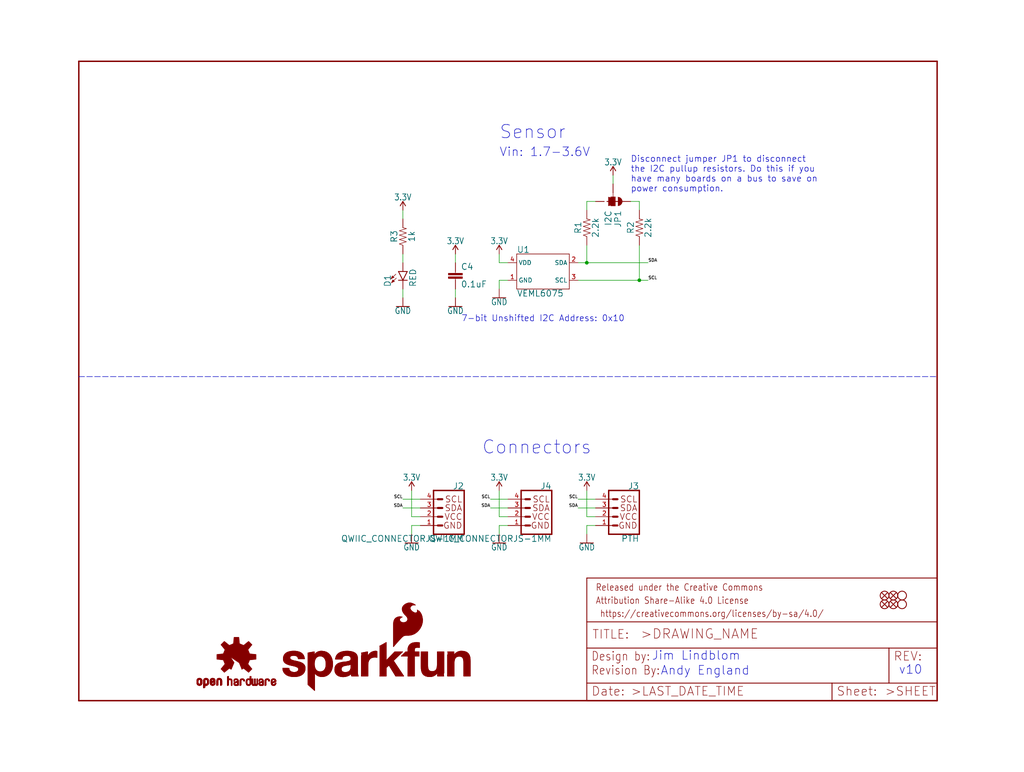
<source format=kicad_sch>
(kicad_sch (version 20211123) (generator eeschema)
  (paper "User" 297.002 223.926)
  (lib_symbols
    (symbol "eagleSchem-eagle-import:0.1UF-0603-25V-(+80{slash}-20%)"
      (property "Reference" "C" (at 1.524 2.921 0))
      (property "Value" "0.1UF-0603-25V-(+80{slash}-20%)" (at 1.524 -2.159 0))
      (symbol "0.1UF-0603-25V-(+80{slash}-20%)_1_0"
        (pin passive line (at 0 5.08 270) (length 2.54) (name "1") (number "1"))
        (pin passive line (at 0 -2.54 90) (length 2.54) (name "2") (number "2"))
      )
    )
    (symbol "eagleSchem-eagle-import:1KOHM-0603-1{slash}10W-1%"
      (property "Reference" "R" (at 0 1.524 0))
      (property "Value" "1KOHM-0603-1{slash}10W-1%" (at 0 -1.524 0))
      (symbol "1KOHM-0603-1{slash}10W-1%_1_0"
        (pin passive line (at -5.08 0 0) (length 2.54) (name "1") (number "1"))
        (pin passive line (at 5.08 0 180) (length 2.54) (name "2") (number "2"))
      )
    )
    (symbol "eagleSchem-eagle-import:2.2KOHM-0603-1{slash}10W-1%"
      (property "Reference" "R" (at 0 1.524 0))
      (property "Value" "2.2KOHM-0603-1{slash}10W-1%" (at 0 -1.524 0))
      (symbol "2.2KOHM-0603-1{slash}10W-1%_1_0"
        (pin passive line (at -5.08 0 0) (length 2.54) (name "1") (number "1"))
        (pin passive line (at 5.08 0 180) (length 2.54) (name "2") (number "2"))
      )
    )
    (symbol "eagleSchem-eagle-import:3.3V" (power)
      (property "Value" "3.3V" (at 0 2.794 0))
      (symbol "3.3V_1_0"
        (pin power_in line (at 0 0 90) (length 2.54) (name "3.3V") (number "1"))
      )
    )
    (symbol "eagleSchem-eagle-import:FIDUCIALUFIDUCIAL")
    (symbol "eagleSchem-eagle-import:FRAME-LETTER"
      (symbol "FRAME-LETTER_2_0"
        (text " https://creativecommons.org/licenses/by-sa/4.0/" (at 2.54 24.13 0) (effects (font (size 1.9304 1.6408)) (justify left bottom)))
        (text ">DRAWING_NAME" (at 15.494 17.78 0) (effects (font (size 2.7432 2.7432)) (justify left bottom)))
        (text ">LAST_DATE_TIME" (at 12.7 1.27 0) (effects (font (size 2.54 2.54)) (justify left bottom)))
        (text ">SHEET" (at 86.36 1.27 0) (effects (font (size 2.54 2.54)) (justify left bottom)))
        (text "Attribution Share-Alike 4.0 License" (at 2.54 27.94 0) (effects (font (size 1.9304 1.6408)) (justify left bottom)))
        (text "Date:" (at 1.27 1.27 0) (effects (font (size 2.54 2.54)) (justify left bottom)))
        (text "Design by:" (at 1.27 11.43 0) (effects (font (size 2.54 2.159)) (justify left bottom)))
        (text "Released under the Creative Commons" (at 2.54 31.75 0) (effects (font (size 1.9304 1.6408)) (justify left bottom)))
        (text "REV:" (at 88.9 11.43 0) (effects (font (size 2.54 2.54)) (justify left bottom)))
        (text "Sheet:" (at 72.39 1.27 0) (effects (font (size 2.54 2.54)) (justify left bottom)))
        (text "TITLE:" (at 1.524 17.78 0) (effects (font (size 2.54 2.54)) (justify left bottom)))
      )
    )
    (symbol "eagleSchem-eagle-import:GND" (power)
      (property "Value" "GND" (at 0 -0.254 0))
      (symbol "GND_1_0"
        (pin power_in line (at 0 2.54 270) (length 2.54) (name "GND") (number "1"))
      )
    )
    (symbol "eagleSchem-eagle-import:I2C_STANDARD_NO_SILK"
      (property "Reference" "J" (at -5.08 7.874 0))
      (property "Value" "I2C_STANDARD_NO_SILK" (at -5.08 -5.334 0))
      (symbol "I2C_STANDARD_NO_SILK_1_0"
        (text "GND" (at -4.572 -2.54 0) (effects (font (size 1.778 1.778)) (justify left)))
        (text "SCL" (at -4.572 5.08 0) (effects (font (size 1.778 1.778)) (justify left)))
        (text "SDA" (at -4.572 2.54 0) (effects (font (size 1.778 1.778)) (justify left)))
        (text "VCC" (at -4.572 0 0) (effects (font (size 1.778 1.778)) (justify left)))
        (pin power_in line (at 7.62 -2.54 180) (length 5.08) (name "GND") (number "1"))
        (pin power_in line (at 7.62 0 180) (length 5.08) (name "VCC") (number "2"))
        (pin passive line (at 7.62 2.54 180) (length 5.08) (name "SDA") (number "3"))
        (pin passive line (at 7.62 5.08 180) (length 5.08) (name "SCL") (number "4"))
      )
    )
    (symbol "eagleSchem-eagle-import:JUMPER-SMT_3_2-NC_TRACE_SILK"
      (property "Reference" "JP" (at 2.54 0.381 0))
      (property "Value" "JUMPER-SMT_3_2-NC_TRACE_SILK" (at 2.54 -0.381 0))
      (symbol "JUMPER-SMT_3_2-NC_TRACE_SILK_1_0"
        (pin passive line (at 0 5.08 270) (length 2.54) (name "1") (number "1"))
        (pin passive line (at -5.08 0 0) (length 2.54) (name "2") (number "2"))
        (pin passive line (at 0 -5.08 90) (length 2.54) (name "3") (number "3"))
      )
    )
    (symbol "eagleSchem-eagle-import:LED-RED0603"
      (property "Reference" "D" (at -3.429 -4.572 90))
      (property "Value" "LED-RED0603" (at 1.905 -4.572 90))
      (symbol "LED-RED0603_1_0"
        (pin passive line (at 0 2.54 270) (length 2.54) (name "A") (number "A"))
        (pin passive line (at 0 -5.08 90) (length 2.54) (name "C") (number "C"))
      )
    )
    (symbol "eagleSchem-eagle-import:OSHW-LOGOMINI")
    (symbol "eagleSchem-eagle-import:QWIIC_CONNECTORJS-1MM"
      (property "Reference" "J" (at -5.08 7.874 0))
      (property "Value" "QWIIC_CONNECTORJS-1MM" (at -5.08 -5.334 0))
      (symbol "QWIIC_CONNECTORJS-1MM_1_0"
        (text "GND" (at -4.572 -2.54 0) (effects (font (size 1.778 1.778)) (justify left)))
        (text "SCL" (at -4.572 5.08 0) (effects (font (size 1.778 1.778)) (justify left)))
        (text "SDA" (at -4.572 2.54 0) (effects (font (size 1.778 1.778)) (justify left)))
        (text "VCC" (at -4.572 0 0) (effects (font (size 1.778 1.778)) (justify left)))
        (pin power_in line (at 7.62 -2.54 180) (length 5.08) (name "1") (number "1"))
        (pin power_in line (at 7.62 0 180) (length 5.08) (name "2") (number "2"))
        (pin passive line (at 7.62 2.54 180) (length 5.08) (name "3") (number "3"))
        (pin passive line (at 7.62 5.08 180) (length 5.08) (name "4") (number "4"))
      )
    )
    (symbol "eagleSchem-eagle-import:REVISION"
      (symbol "REVISION_1_0"
        (text "Revision By: " (at 0 0 0) (effects (font (size 2.54 2.159)) (justify left bottom)))
      )
    )
    (symbol "eagleSchem-eagle-import:SFE_LOGO_NAME_FLAME.1_INCH")
    (symbol "eagleSchem-eagle-import:STAND-OFF")
    (symbol "eagleSchem-eagle-import:VEML6075"
      (property "Reference" "U" (at -7.62 5.334 0))
      (property "Value" "VEML6075" (at -7.62 -5.334 0))
      (symbol "VEML6075_1_0"
        (pin bidirectional line (at -10.16 -2.54 0) (length 2.54) (name "GND") (number "1"))
        (pin bidirectional line (at 10.16 2.54 180) (length 2.54) (name "SDA") (number "2"))
        (pin bidirectional line (at 10.16 -2.54 180) (length 2.54) (name "SCL") (number "3"))
        (pin bidirectional line (at -10.16 2.54 0) (length 2.54) (name "VDD") (number "4"))
      )
    )
  )
  (junction (at 185.42 81.28))
  (junction (at 170.18 76.2))
  (wire (pts (xy 147.32 152.4) (xy 144.78 152.4)))
  (wire (pts (xy 167.64 81.28) (xy 185.42 81.28)))
  (wire (pts (xy 172.72 152.4) (xy 170.18 152.4)))
  (wire (pts (xy 185.42 81.28) (xy 187.96 81.28)))
  (wire (pts (xy 147.32 149.86) (xy 144.78 149.86)))
  (wire (pts (xy 170.18 76.2) (xy 170.18 71.12)))
  (wire (pts (xy 144.78 81.28) (xy 144.78 83.82)))
  (wire (pts (xy 147.32 76.2) (xy 144.78 76.2)))
  (wire (pts (xy 170.18 152.4) (xy 170.18 154.94)))
  (wire (pts (xy 185.42 58.42) (xy 185.42 60.96)))
  (wire (pts (xy 132.08 76.2) (xy 132.08 73.66)))
  (wire (pts (xy 132.08 86.36) (xy 132.08 83.82)))
  (wire (pts (xy 172.72 149.86) (xy 170.18 149.86)))
  (wire (pts (xy 177.8 53.34) (xy 177.8 50.8)))
  (wire (pts (xy 147.32 81.28) (xy 144.78 81.28)))
  (wire (pts (xy 172.72 147.32) (xy 167.64 147.32)))
  (wire (pts (xy 170.18 58.42) (xy 172.72 58.42)))
  (wire (pts (xy 144.78 152.4) (xy 144.78 154.94)))
  (wire (pts (xy 167.64 76.2) (xy 170.18 76.2)))
  (wire (pts (xy 170.18 60.96) (xy 170.18 58.42)))
  (wire (pts (xy 119.38 149.86) (xy 119.38 142.24)))
  (wire (pts (xy 147.32 144.78) (xy 142.24 144.78)))
  (wire (pts (xy 119.38 152.4) (xy 119.38 154.94)))
  (wire (pts (xy 182.88 58.42) (xy 185.42 58.42)))
  (wire (pts (xy 121.92 147.32) (xy 116.84 147.32)))
  (wire (pts (xy 170.18 149.86) (xy 170.18 142.24)))
  (wire (pts (xy 147.32 147.32) (xy 142.24 147.32)))
  (wire (pts (xy 121.92 144.78) (xy 116.84 144.78)))
  (wire (pts (xy 121.92 152.4) (xy 119.38 152.4)))
  (wire (pts (xy 144.78 149.86) (xy 144.78 142.24)))
  (wire (pts (xy 116.84 63.5) (xy 116.84 60.96)))
  (wire (pts (xy 116.84 76.2) (xy 116.84 73.66)))
  (wire (pts (xy 116.84 86.36) (xy 116.84 83.82)))
  (wire (pts (xy 144.78 76.2) (xy 144.78 73.66)))
  (wire (pts (xy 185.42 81.28) (xy 185.42 71.12)))
  (wire (pts (xy 121.92 149.86) (xy 119.38 149.86)))
  (wire (pts (xy 170.18 76.2) (xy 187.96 76.2)))
  (wire (pts (xy 172.72 144.78) (xy 167.64 144.78)))
  (polyline (pts (xy 22.86 109.22) (xy 271.78 109.22)))
  (text "Vin: 1.7-3.6V" (at 144.78 45.72 180) (effects (font (size 2.54 2.54)) (justify left bottom)))
  (text "Connectors" (at 139.7 132.08 180) (effects (font (size 3.81 3.81)) (justify left bottom)))
  (text "Andy England" (at 191.516 196.088 180) (effects (font (size 2.54 2.54)) (justify left bottom)))
  (text "Jim Lindblom" (at 188.976 191.77 180) (effects (font (size 2.54 2.54)) (justify left bottom)))
  (text "7-bit Unshifted I2C Address: 0x10" (at 157.48 91.44 180) (effects (font (size 1.778 1.778)) (justify top)))
  (text "Sensor" (at 144.78 40.64 180) (effects (font (size 3.81 3.81)) (justify left bottom)))
  (text "v10" (at 260.604 195.834 180) (effects (font (size 2.54 2.54)) (justify left bottom)))
  (text "Disconnect jumper JP1 to disconnect\nthe I2C pullup resistors. Do this if you\nhave many boards on a bus to save on\npower consumption." (at 182.88 55.88 0) (effects (font (size 1.778 1.778)) (justify left bottom)))
  (label "SDA" (at 187.96 76.2 0) (effects (font (size 0.889 0.889))))
  (label "SDA" (at 142.24 147.32 180) (effects (font (size 0.889 0.889))))
  (label "SDA" (at 116.84 147.32 180) (effects (font (size 0.889 0.889))))
  (label "SDA" (at 167.64 147.32 180) (effects (font (size 0.889 0.889))))
  (label "SCL" (at 116.84 144.78 180) (effects (font (size 0.889 0.889))))
  (label "SCL" (at 167.64 144.78 180) (effects (font (size 0.889 0.889))))
  (label "SCL" (at 142.24 144.78 180) (effects (font (size 0.889 0.889))))
  (label "SCL" (at 187.96 81.28 0) (effects (font (size 0.889 0.889))))
  (symbol (lib_id "eagleSchem-eagle-import:REVISION") (at 171.45 195.834 0) (unit 1)
    (property "Reference" "LOGO2" (effects hide))
    (property "Value" "REVISION" (effects hide))
    (property "Footprint" "eagleSchem:REVISION" (effects hide))
  )
  (symbol (lib_id "eagleSchem-eagle-import:3.3V") (at 177.8 50.8 0) (unit 1)
    (property "Reference" "#SUPPLY2" (effects hide))
    (property "Value" "3.3V" (at 177.8 48.006 0) (effects (font (size 1.778 1.5113)) (justify bottom)))
    (property "Footprint" "eagleSchem:" (effects hide))
  )
  (symbol (lib_id "eagleSchem-eagle-import:GND") (at 132.08 88.9 0) (unit 1)
    (property "Reference" "#GND1" (effects hide))
    (property "Value" "GND" (at 132.08 89.154 0) (effects (font (size 1.778 1.5113)) (justify top)))
    (property "Footprint" "eagleSchem:" (effects hide))
  )
  (symbol (lib_id "eagleSchem-eagle-import:3.3V") (at 132.08 73.66 0) (unit 1)
    (property "Reference" "#SUPPLY9" (effects hide))
    (property "Value" "3.3V" (at 132.08 70.866 0) (effects (font (size 1.778 1.5113)) (justify bottom)))
    (property "Footprint" "eagleSchem:" (effects hide))
  )
  (symbol (lib_id "eagleSchem-eagle-import:QWIIC_CONNECTORJS-1MM") (at 154.94 149.86 0) (mirror y) (unit 1)
    (property "Reference" "J4" (at 160.02 141.986 0) (effects (font (size 1.778 1.778)) (justify left bottom)))
    (property "Value" "QWIIC_CONNECTORJS-1MM" (at 160.02 155.194 0) (effects (font (size 1.778 1.778)) (justify left top)))
    (property "Footprint" "eagleSchem:1X04_1MM_RA" (effects hide))
  )
  (symbol (lib_id "eagleSchem-eagle-import:GND") (at 144.78 157.48 0) (unit 1)
    (property "Reference" "#GND8" (effects hide))
    (property "Value" "GND" (at 144.78 157.734 0) (effects (font (size 1.778 1.5113)) (justify top)))
    (property "Footprint" "eagleSchem:" (effects hide))
  )
  (symbol (lib_id "eagleSchem-eagle-import:QWIIC_CONNECTORJS-1MM") (at 129.54 149.86 0) (mirror y) (unit 1)
    (property "Reference" "J2" (at 134.62 141.986 0) (effects (font (size 1.778 1.778)) (justify left bottom)))
    (property "Value" "QWIIC_CONNECTORJS-1MM" (at 134.62 155.194 0) (effects (font (size 1.778 1.778)) (justify left top)))
    (property "Footprint" "eagleSchem:1X04_1MM_RA" (effects hide))
  )
  (symbol (lib_id "eagleSchem-eagle-import:FIDUCIALUFIDUCIAL") (at 256.54 172.72 0) (unit 1)
    (property "Reference" "JP2" (effects hide))
    (property "Value" "FIDUCIALUFIDUCIAL" (effects hide))
    (property "Footprint" "eagleSchem:MICRO-FIDUCIAL" (effects hide))
  )
  (symbol (lib_id "eagleSchem-eagle-import:GND") (at 116.84 88.9 0) (unit 1)
    (property "Reference" "#GND3" (effects hide))
    (property "Value" "GND" (at 116.84 89.154 0) (effects (font (size 1.778 1.5113)) (justify top)))
    (property "Footprint" "eagleSchem:" (effects hide))
  )
  (symbol (lib_id "eagleSchem-eagle-import:OSHW-LOGOMINI") (at 68.58 190.5 0) (unit 1)
    (property "Reference" "LOGO1" (effects hide))
    (property "Value" "OSHW-LOGOMINI" (effects hide))
    (property "Footprint" "eagleSchem:OSHW-LOGO-MINI" (effects hide))
  )
  (symbol (lib_id "eagleSchem-eagle-import:0.1UF-0603-25V-(+80{slash}-20%)") (at 132.08 81.28 0) (unit 1)
    (property "Reference" "C4" (at 133.604 78.359 0) (effects (font (size 1.778 1.778)) (justify left bottom)))
    (property "Value" "0.1uF" (at 133.604 83.439 0) (effects (font (size 1.778 1.778)) (justify left bottom)))
    (property "Footprint" "eagleSchem:0603" (effects hide))
  )
  (symbol (lib_id "eagleSchem-eagle-import:STAND-OFF") (at 261.62 172.72 0) (unit 1)
    (property "Reference" "JP3" (effects hide))
    (property "Value" "STAND-OFF" (effects hide))
    (property "Footprint" "eagleSchem:STAND-OFF" (effects hide))
  )
  (symbol (lib_id "eagleSchem-eagle-import:SFE_LOGO_NAME_FLAME.1_INCH") (at 81.28 200.66 0) (unit 1)
    (property "Reference" "U$1" (effects hide))
    (property "Value" "SFE_LOGO_NAME_FLAME.1_INCH" (effects hide))
    (property "Footprint" "eagleSchem:SFE_LOGO_NAME_FLAME_.1" (effects hide))
  )
  (symbol (lib_id "eagleSchem-eagle-import:SFE_LOGO_NAME_FLAME.1_INCH") (at 81.28 200.66 0) (unit 1)
    (property "Reference" "U$2" (effects hide))
    (property "Value" "SFE_LOGO_NAME_FLAME.1_INCH" (effects hide))
    (property "Footprint" "eagleSchem:SFE_LOGO_NAME_FLAME_.1" (effects hide))
  )
  (symbol (lib_id "eagleSchem-eagle-import:FRAME-LETTER") (at 170.18 203.2 0) (unit 2)
    (property "Reference" "FRAME1" (effects hide))
    (property "Value" "FRAME-LETTER" (effects hide))
    (property "Footprint" "eagleSchem:CREATIVE_COMMONS" (effects hide))
  )
  (symbol (lib_id "eagleSchem-eagle-import:FIDUCIALUFIDUCIAL") (at 256.54 175.26 0) (unit 1)
    (property "Reference" "JP7" (effects hide))
    (property "Value" "FIDUCIALUFIDUCIAL" (effects hide))
    (property "Footprint" "eagleSchem:MICRO-FIDUCIAL" (effects hide))
  )
  (symbol (lib_id "eagleSchem-eagle-import:3.3V") (at 144.78 142.24 0) (unit 1)
    (property "Reference" "#SUPPLY8" (effects hide))
    (property "Value" "3.3V" (at 144.78 139.446 0) (effects (font (size 1.778 1.5113)) (justify bottom)))
    (property "Footprint" "eagleSchem:" (effects hide))
  )
  (symbol (lib_id "eagleSchem-eagle-import:GND") (at 119.38 157.48 0) (unit 1)
    (property "Reference" "#GND6" (effects hide))
    (property "Value" "GND" (at 119.38 157.734 0) (effects (font (size 1.778 1.5113)) (justify top)))
    (property "Footprint" "eagleSchem:" (effects hide))
  )
  (symbol (lib_id "eagleSchem-eagle-import:FIDUCIALUFIDUCIAL") (at 259.08 172.72 0) (unit 1)
    (property "Reference" "JP6" (effects hide))
    (property "Value" "FIDUCIALUFIDUCIAL" (effects hide))
    (property "Footprint" "eagleSchem:MICRO-FIDUCIAL" (effects hide))
  )
  (symbol (lib_id "eagleSchem-eagle-import:LED-RED0603") (at 116.84 78.74 0) (unit 1)
    (property "Reference" "D1" (at 113.411 83.312 90) (effects (font (size 1.778 1.778)) (justify left bottom)))
    (property "Value" "RED" (at 118.745 83.312 90) (effects (font (size 1.778 1.778)) (justify left top)))
    (property "Footprint" "eagleSchem:LED-0603" (effects hide))
  )
  (symbol (lib_id "eagleSchem-eagle-import:FRAME-LETTER") (at 22.86 203.2 0) (unit 1)
    (property "Reference" "FRAME1" (effects hide))
    (property "Value" "FRAME-LETTER" (effects hide))
    (property "Footprint" "eagleSchem:CREATIVE_COMMONS" (effects hide))
  )
  (symbol (lib_id "eagleSchem-eagle-import:GND") (at 170.18 157.48 0) (unit 1)
    (property "Reference" "#GND7" (effects hide))
    (property "Value" "GND" (at 170.18 157.734 0) (effects (font (size 1.778 1.5113)) (justify top)))
    (property "Footprint" "eagleSchem:" (effects hide))
  )
  (symbol (lib_id "eagleSchem-eagle-import:2.2KOHM-0603-1{slash}10W-1%") (at 185.42 66.04 90) (unit 1)
    (property "Reference" "R2" (at 183.896 66.04 0) (effects (font (size 1.778 1.778)) (justify bottom)))
    (property "Value" "2.2k" (at 186.944 66.04 0) (effects (font (size 1.778 1.778)) (justify top)))
    (property "Footprint" "eagleSchem:0603" (effects hide))
  )
  (symbol (lib_id "eagleSchem-eagle-import:3.3V") (at 170.18 142.24 0) (unit 1)
    (property "Reference" "#SUPPLY7" (effects hide))
    (property "Value" "3.3V" (at 170.18 139.446 0) (effects (font (size 1.778 1.5113)) (justify bottom)))
    (property "Footprint" "eagleSchem:" (effects hide))
  )
  (symbol (lib_id "eagleSchem-eagle-import:3.3V") (at 116.84 60.96 0) (unit 1)
    (property "Reference" "#SUPPLY10" (effects hide))
    (property "Value" "3.3V" (at 116.84 58.166 0) (effects (font (size 1.778 1.5113)) (justify bottom)))
    (property "Footprint" "eagleSchem:" (effects hide))
  )
  (symbol (lib_id "eagleSchem-eagle-import:I2C_STANDARD_NO_SILK") (at 180.34 149.86 0) (mirror y) (unit 1)
    (property "Reference" "J3" (at 185.42 141.986 0) (effects (font (size 1.778 1.778)) (justify left bottom)))
    (property "Value" "PTH" (at 185.42 155.194 0) (effects (font (size 1.778 1.778)) (justify left top)))
    (property "Footprint" "eagleSchem:1X04_NO_SILK" (effects hide))
  )
  (symbol (lib_id "eagleSchem-eagle-import:JUMPER-SMT_3_2-NC_TRACE_SILK") (at 177.8 58.42 270) (unit 1)
    (property "Reference" "JP1" (at 178.181 60.96 0) (effects (font (size 1.778 1.778)) (justify left bottom)))
    (property "Value" "I2C" (at 177.419 60.96 0) (effects (font (size 1.778 1.778)) (justify left top)))
    (property "Footprint" "eagleSchem:SMT-JUMPER_3_2-NC_TRACE_SILK" (effects hide))
  )
  (symbol (lib_id "eagleSchem-eagle-import:3.3V") (at 144.78 73.66 0) (unit 1)
    (property "Reference" "#SUPPLY1" (effects hide))
    (property "Value" "3.3V" (at 144.78 70.866 0) (effects (font (size 1.778 1.5113)) (justify bottom)))
    (property "Footprint" "eagleSchem:" (effects hide))
  )
  (symbol (lib_id "eagleSchem-eagle-import:FIDUCIALUFIDUCIAL") (at 259.08 175.26 0) (unit 1)
    (property "Reference" "JP5" (effects hide))
    (property "Value" "FIDUCIALUFIDUCIAL" (effects hide))
    (property "Footprint" "eagleSchem:MICRO-FIDUCIAL" (effects hide))
  )
  (symbol (lib_id "eagleSchem-eagle-import:1KOHM-0603-1{slash}10W-1%") (at 116.84 68.58 90) (unit 1)
    (property "Reference" "R3" (at 115.316 68.58 0) (effects (font (size 1.778 1.778)) (justify bottom)))
    (property "Value" "1k" (at 118.364 68.58 0) (effects (font (size 1.778 1.778)) (justify top)))
    (property "Footprint" "eagleSchem:0603" (effects hide))
  )
  (symbol (lib_id "eagleSchem-eagle-import:2.2KOHM-0603-1{slash}10W-1%") (at 170.18 66.04 90) (unit 1)
    (property "Reference" "R1" (at 168.656 66.04 0) (effects (font (size 1.778 1.778)) (justify bottom)))
    (property "Value" "2.2k" (at 171.704 66.04 0) (effects (font (size 1.778 1.778)) (justify top)))
    (property "Footprint" "eagleSchem:0603" (effects hide))
  )
  (symbol (lib_id "eagleSchem-eagle-import:VEML6075") (at 157.48 78.74 0) (unit 1)
    (property "Reference" "U1" (at 149.86 73.406 0) (effects (font (size 1.778 1.778)) (justify left bottom)))
    (property "Value" "VEML6075" (at 149.86 84.074 0) (effects (font (size 1.778 1.778)) (justify left top)))
    (property "Footprint" "eagleSchem:VEML6075_A3OP" (effects hide))
  )
  (symbol (lib_id "eagleSchem-eagle-import:GND") (at 144.78 86.36 0) (unit 1)
    (property "Reference" "#GND2" (effects hide))
    (property "Value" "GND" (at 144.78 86.614 0) (effects (font (size 1.778 1.5113)) (justify top)))
    (property "Footprint" "eagleSchem:" (effects hide))
  )
  (symbol (lib_id "eagleSchem-eagle-import:STAND-OFF") (at 261.62 175.26 0) (unit 1)
    (property "Reference" "JP4" (effects hide))
    (property "Value" "STAND-OFF" (effects hide))
    (property "Footprint" "eagleSchem:STAND-OFF" (effects hide))
  )
  (symbol (lib_id "eagleSchem-eagle-import:3.3V") (at 119.38 142.24 0) (unit 1)
    (property "Reference" "#SUPPLY4" (effects hide))
    (property "Value" "3.3V" (at 119.38 139.446 0) (effects (font (size 1.778 1.5113)) (justify bottom)))
    (property "Footprint" "eagleSchem:" (effects hide))
  )
)
</source>
